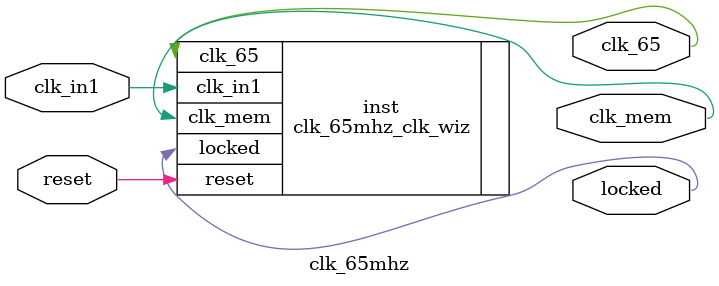
<source format=v>


`timescale 1ps/1ps

(* CORE_GENERATION_INFO = "clk_65mhz,clk_wiz_v6_0_10_0_0,{component_name=clk_65mhz,use_phase_alignment=true,use_min_o_jitter=false,use_max_i_jitter=false,use_dyn_phase_shift=false,use_inclk_switchover=false,use_dyn_reconfig=false,enable_axi=0,feedback_source=FDBK_AUTO,PRIMITIVE=MMCM,num_out_clk=2,clkin1_period=83.333,clkin2_period=10.0,use_power_down=false,use_reset=true,use_locked=true,use_inclk_stopped=false,feedback_type=SINGLE,CLOCK_MGR_TYPE=NA,manual_override=false}" *)

module clk_65mhz 
 (
  // Clock out ports
  output        clk_65,
  output        clk_mem,
  // Status and control signals
  input         reset,
  output        locked,
 // Clock in ports
  input         clk_in1
 );

  clk_65mhz_clk_wiz inst
  (
  // Clock out ports  
  .clk_65(clk_65),
  .clk_mem(clk_mem),
  // Status and control signals               
  .reset(reset), 
  .locked(locked),
 // Clock in ports
  .clk_in1(clk_in1)
  );

endmodule

</source>
